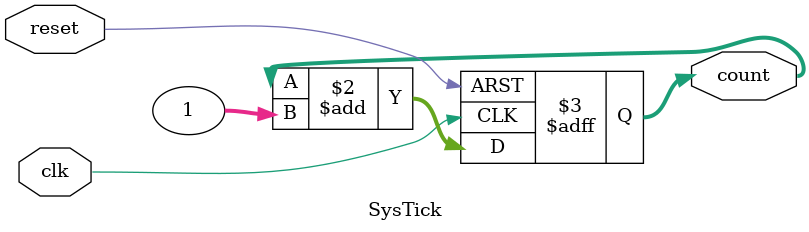
<source format=v>
module SysTick(reset, clk, count);
	input reset, clk;
	output reg [31:0] count;

	always @(posedge reset or posedge clk)
		if (reset) begin
			count <= 32'h00000000;
		end else begin
			count <= count + 1;
		end
			
endmodule

</source>
